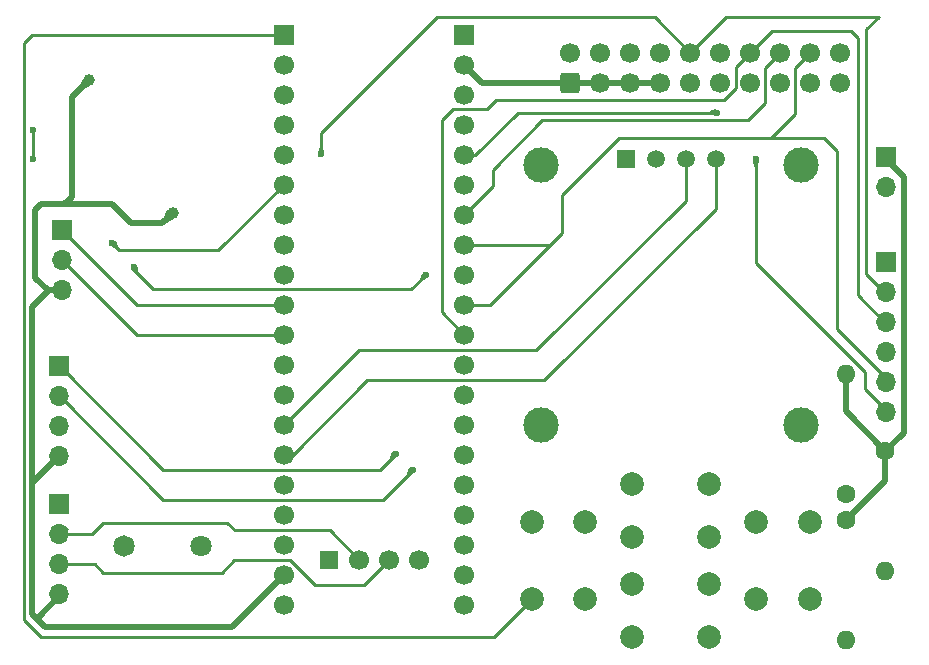
<source format=gbr>
%TF.GenerationSoftware,KiCad,Pcbnew,8.0.5*%
%TF.CreationDate,2024-11-21T15:57:14+01:00*%
%TF.ProjectId,sdiskII_stm32,73646973-6b49-4495-9f73-746d33322e6b,rev?*%
%TF.SameCoordinates,Original*%
%TF.FileFunction,Copper,L2,Bot*%
%TF.FilePolarity,Positive*%
%FSLAX46Y46*%
G04 Gerber Fmt 4.6, Leading zero omitted, Abs format (unit mm)*
G04 Created by KiCad (PCBNEW 8.0.5) date 2024-11-21 15:57:14*
%MOMM*%
%LPD*%
G01*
G04 APERTURE LIST*
G04 Aperture macros list*
%AMRoundRect*
0 Rectangle with rounded corners*
0 $1 Rounding radius*
0 $2 $3 $4 $5 $6 $7 $8 $9 X,Y pos of 4 corners*
0 Add a 4 corners polygon primitive as box body*
4,1,4,$2,$3,$4,$5,$6,$7,$8,$9,$2,$3,0*
0 Add four circle primitives for the rounded corners*
1,1,$1+$1,$2,$3*
1,1,$1+$1,$4,$5*
1,1,$1+$1,$6,$7*
1,1,$1+$1,$8,$9*
0 Add four rect primitives between the rounded corners*
20,1,$1+$1,$2,$3,$4,$5,0*
20,1,$1+$1,$4,$5,$6,$7,0*
20,1,$1+$1,$6,$7,$8,$9,0*
20,1,$1+$1,$8,$9,$2,$3,0*%
G04 Aperture macros list end*
%TA.AperFunction,ComponentPad*%
%ADD10RoundRect,0.250000X0.600000X-0.600000X0.600000X0.600000X-0.600000X0.600000X-0.600000X-0.600000X0*%
%TD*%
%TA.AperFunction,ComponentPad*%
%ADD11C,1.700000*%
%TD*%
%TA.AperFunction,ComponentPad*%
%ADD12R,1.700000X1.700000*%
%TD*%
%TA.AperFunction,ComponentPad*%
%ADD13O,1.700000X1.700000*%
%TD*%
%TA.AperFunction,ComponentPad*%
%ADD14C,2.000000*%
%TD*%
%TA.AperFunction,ComponentPad*%
%ADD15C,1.600000*%
%TD*%
%TA.AperFunction,ComponentPad*%
%ADD16O,1.600000X1.600000*%
%TD*%
%TA.AperFunction,ComponentPad*%
%ADD17C,1.824000*%
%TD*%
%TA.AperFunction,ComponentPad*%
%ADD18C,1.800000*%
%TD*%
%TA.AperFunction,ComponentPad*%
%ADD19R,1.524000X1.524000*%
%TD*%
%TA.AperFunction,ComponentPad*%
%ADD20R,1.508000X1.508000*%
%TD*%
%TA.AperFunction,ComponentPad*%
%ADD21C,1.508000*%
%TD*%
%TA.AperFunction,ComponentPad*%
%ADD22C,3.000000*%
%TD*%
%TA.AperFunction,ViaPad*%
%ADD23C,0.600000*%
%TD*%
%TA.AperFunction,ViaPad*%
%ADD24C,1.000000*%
%TD*%
%TA.AperFunction,Conductor*%
%ADD25C,0.500000*%
%TD*%
%TA.AperFunction,Conductor*%
%ADD26C,0.250000*%
%TD*%
G04 APERTURE END LIST*
D10*
%TO.P,J2,1,Pin_1*%
%TO.N,GND*%
X178290000Y-92490000D03*
D11*
%TO.P,J2,2,Pin_2*%
%TO.N,STEP0*%
X178290000Y-89950000D03*
%TO.P,J2,3,Pin_3*%
%TO.N,GND*%
X180830000Y-92490000D03*
%TO.P,J2,4,Pin_4*%
%TO.N,STEP1*%
X180830000Y-89950000D03*
%TO.P,J2,5,Pin_5*%
%TO.N,GND*%
X183370000Y-92490000D03*
%TO.P,J2,6,Pin_6*%
%TO.N,STEP2*%
X183370000Y-89950000D03*
%TO.P,J2,7,Pin_7*%
%TO.N,GND*%
X185910000Y-92490000D03*
%TO.P,J2,8,Pin_8*%
%TO.N,STEP3*%
X185910000Y-89950000D03*
%TO.P,J2,9,Pin_9*%
%TO.N,unconnected-(J2-Pin_9-Pad9)*%
X188450000Y-92490000D03*
%TO.P,J2,10,Pin_10*%
%TO.N,WR_REQ*%
X188450000Y-89950000D03*
%TO.P,J2,11,Pin_11*%
%TO.N,unconnected-(J2-Pin_11-Pad11)*%
X190990000Y-92490000D03*
%TO.P,J2,12,Pin_12*%
%TO.N,VCC*%
X190990000Y-89950000D03*
%TO.P,J2,13,Pin_13*%
%TO.N,unconnected-(J2-Pin_13-Pad13)*%
X193530000Y-92490000D03*
%TO.P,J2,14,Pin_14*%
%TO.N,DEVICE_ENABLE*%
X193530000Y-89950000D03*
%TO.P,J2,15,Pin_15*%
%TO.N,unconnected-(J2-Pin_15-Pad15)*%
X196070000Y-92490000D03*
%TO.P,J2,16,Pin_16*%
%TO.N,RD_DATA*%
X196070000Y-89950000D03*
%TO.P,J2,17,Pin_17*%
%TO.N,unconnected-(J2-Pin_17-Pad17)*%
X198610000Y-92490000D03*
%TO.P,J2,18,Pin_18*%
%TO.N,WR_DATA*%
X198610000Y-89950000D03*
%TO.P,J2,19,Pin_19*%
%TO.N,unconnected-(J2-Pin_19-Pad19)*%
X201150000Y-92490000D03*
%TO.P,J2,20,Pin_20*%
%TO.N,WR_PROTECT*%
X201150000Y-89950000D03*
%TD*%
D12*
%TO.P,J3,1,Pin_1*%
%TO.N,RD_DATA*%
X205000000Y-107710000D03*
D13*
%TO.P,J3,2,Pin_2*%
%TO.N,WR_REQ*%
X205000000Y-110250000D03*
%TO.P,J3,3,Pin_3*%
%TO.N,DEVICE_ENABLE*%
X205000000Y-112790000D03*
%TO.P,J3,4,Pin_4*%
%TO.N,WR_PROTECT*%
X205000000Y-115330000D03*
%TO.P,J3,5,Pin_5*%
%TO.N,WR_DATA*%
X205000000Y-117870000D03*
%TO.P,J3,6,Pin_6*%
%TO.N,GND*%
X205000000Y-120410000D03*
%TD*%
D14*
%TO.P,UP1,1,1*%
%TO.N,+3.3V*%
X190040000Y-130950000D03*
X183540000Y-130950000D03*
%TO.P,UP1,2,2*%
%TO.N,BTN_UP*%
X190040000Y-126450000D03*
X183540000Y-126450000D03*
%TD*%
D12*
%TO.P,J5,1,Pin_1*%
%TO.N,TIM2_CH3*%
X135000000Y-116500000D03*
D13*
%TO.P,J5,2,Pin_2*%
%TO.N,TIM3_CH4*%
X135000000Y-119040000D03*
%TO.P,J5,3,Pin_3*%
%TO.N,DEBUG*%
X135000000Y-121580000D03*
%TO.P,J5,4,Pin_4*%
%TO.N,GND*%
X135000000Y-124120000D03*
%TD*%
D15*
%TO.P,R1,1*%
%TO.N,WR_PROTECT*%
X201600000Y-127330000D03*
D16*
%TO.P,R1,2*%
%TO.N,VCC*%
X201600000Y-117170000D03*
%TD*%
D17*
%TO.P,BZ1,1,+*%
%TO.N,TIM1_CH2N*%
X140500000Y-131750000D03*
D18*
%TO.P,BZ1,2,-*%
%TO.N,GND*%
X147000000Y-131750000D03*
%TD*%
D12*
%TO.P,J4,1,Pin_1*%
%TO.N,USART1_TX*%
X135240000Y-104975000D03*
D13*
%TO.P,J4,2,Pin_2*%
%TO.N,USART1_RX*%
X135240000Y-107515000D03*
%TO.P,J4,3,Pin_3*%
%TO.N,GND*%
X135240000Y-110055000D03*
%TD*%
D12*
%TO.P,\u03BCC1,1,B12*%
%TO.N,BTN_RET*%
X154050000Y-88440000D03*
D11*
%TO.P,\u03BCC1,2,B13*%
%TO.N,SD_EJECT*%
X154050000Y-90980000D03*
%TO.P,\u03BCC1,3,B14*%
%TO.N,TIM1_CH2N*%
X154050000Y-93520000D03*
%TO.P,\u03BCC1,4,B15*%
%TO.N,SDIO_CK*%
X154050000Y-96060000D03*
%TO.P,\u03BCC1,5,A8*%
%TO.N,SDIO_D1*%
X154050000Y-98600000D03*
%TO.P,\u03BCC1,6,A9*%
%TO.N,SDIO_D2*%
X154050000Y-101140000D03*
%TO.P,\u03BCC1,7,A10*%
%TO.N,DEBUG*%
X154050000Y-103680000D03*
%TO.P,\u03BCC1,8,A11*%
%TO.N,unconnected-(\u03BCC1-A11-Pad8)*%
X154050000Y-106220000D03*
%TO.P,\u03BCC1,9,A12*%
%TO.N,unconnected-(\u03BCC1-A12-Pad9)*%
X154050000Y-108760000D03*
%TO.P,\u03BCC1,10,A15*%
%TO.N,USART1_TX*%
X154050000Y-111300000D03*
%TO.P,\u03BCC1,11,B3*%
%TO.N,USART1_RX*%
X154050000Y-113840000D03*
%TO.P,\u03BCC1,12,B4*%
%TO.N,SDIO_DO*%
X154050000Y-116380000D03*
%TO.P,\u03BCC1,13,B5*%
%TO.N,SDIO_D3*%
X154050000Y-118920000D03*
%TO.P,\u03BCC1,14,B6*%
%TO.N,I2C_SCL*%
X154050000Y-121460000D03*
%TO.P,\u03BCC1,15,B7*%
%TO.N,I2C_SDA*%
X154050000Y-124000000D03*
%TO.P,\u03BCC1,16,B8*%
%TO.N,unconnected-(\u03BCC1-B8-Pad16)*%
X154050000Y-126540000D03*
%TO.P,\u03BCC1,17,B9*%
%TO.N,WR_REQ*%
X154050000Y-129080000D03*
%TO.P,\u03BCC1,18,5Vi*%
%TO.N,PWR_IN*%
X154050000Y-131620000D03*
%TO.P,\u03BCC1,19,GNDi*%
%TO.N,GND*%
X154050000Y-134160000D03*
%TO.P,\u03BCC1,20,3.3i*%
%TO.N,+3.3V*%
X154050000Y-136700000D03*
%TO.P,\u03BCC1,21,VB*%
%TO.N,unconnected-(\u03BCC1-VB-Pad21)*%
X169290000Y-136700000D03*
%TO.P,\u03BCC1,22,C13*%
%TO.N,BTN_DOWN*%
X169290000Y-134160000D03*
%TO.P,\u03BCC1,23,C14*%
%TO.N,BTN_UP*%
X169290000Y-131620000D03*
%TO.P,\u03BCC1,24,C15*%
%TO.N,BTN_ENTR*%
X169290000Y-129080000D03*
%TO.P,\u03BCC1,25,R*%
%TO.N,unconnected-(\u03BCC1-R-Pad25)*%
X169290000Y-126540000D03*
%TO.P,\u03BCC1,26,A0*%
%TO.N,STEP0*%
X169290000Y-124000000D03*
%TO.P,\u03BCC1,27,A1*%
%TO.N,STEP1*%
X169290000Y-121460000D03*
%TO.P,\u03BCC1,28,A2*%
%TO.N,STEP2*%
X169290000Y-118920000D03*
%TO.P,\u03BCC1,29,A3*%
%TO.N,STEP3*%
X169290000Y-116380000D03*
%TO.P,\u03BCC1,30,A4*%
%TO.N,DEVICE_ENABLE*%
X169290000Y-113840000D03*
%TO.P,\u03BCC1,31,A5*%
%TO.N,WR_DATA*%
X169290000Y-111300000D03*
%TO.P,\u03BCC1,32,A6*%
%TO.N,SDIO_CMD*%
X169290000Y-108760000D03*
%TO.P,\u03BCC1,33,A7*%
%TO.N,WR_DATA*%
X169290000Y-106220000D03*
%TO.P,\u03BCC1,34,B0*%
%TO.N,RD_DATA*%
X169290000Y-103680000D03*
%TO.P,\u03BCC1,35,B1*%
%TO.N,TIM3_CH4*%
X169290000Y-101140000D03*
%TO.P,\u03BCC1,36,B2*%
%TO.N,WR_PROTECT*%
X169290000Y-98600000D03*
%TO.P,\u03BCC1,37,B10*%
%TO.N,TIM2_CH3*%
X169290000Y-96060000D03*
%TO.P,\u03BCC1,38,3.3ii*%
%TO.N,unconnected-(\u03BCC1-3.3ii-Pad38)*%
X169290000Y-93520000D03*
%TO.P,\u03BCC1,39,GNDii*%
%TO.N,GND*%
X169290000Y-90980000D03*
D12*
%TO.P,\u03BCC1,40,5Vii*%
%TO.N,unconnected-(\u03BCC1-5Vii-Pad40)*%
X169290000Y-88440000D03*
D19*
%TO.P,\u03BCC1,41,3.3V*%
%TO.N,+3.3V*%
X157860000Y-132890000D03*
D11*
%TO.P,\u03BCC1,42,SDIO*%
%TO.N,SDIO*%
X160400000Y-132890000D03*
%TO.P,\u03BCC1,43,SCK*%
%TO.N,SCK*%
X162940000Y-132890000D03*
%TO.P,\u03BCC1,44,GND*%
%TO.N,GND*%
X165480000Y-132890000D03*
%TD*%
D12*
%TO.P,J1,1,Pin_1*%
%TO.N,VCC*%
X205000000Y-98810000D03*
D13*
%TO.P,J1,2,Pin_2*%
%TO.N,PWR_IN*%
X205000000Y-101350000D03*
%TD*%
D14*
%TO.P,ENTR1,1,1*%
%TO.N,+3.3V*%
X198540000Y-129700000D03*
X198540000Y-136200000D03*
%TO.P,ENTR1,2,2*%
%TO.N,BTN_ENTR*%
X194040000Y-129700000D03*
X194040000Y-136200000D03*
%TD*%
D12*
%TO.P,J6,1,Pin_1*%
%TO.N,+3.3V*%
X135000000Y-128180000D03*
D13*
%TO.P,J6,2,Pin_2*%
%TO.N,SDIO*%
X135000000Y-130720000D03*
%TO.P,J6,3,Pin_3*%
%TO.N,SCK*%
X135000000Y-133260000D03*
%TO.P,J6,4,Pin_4*%
%TO.N,GND*%
X135000000Y-135800000D03*
%TD*%
D15*
%TO.P,R3,1*%
%TO.N,VCC*%
X204950000Y-123670000D03*
D16*
%TO.P,R3,2*%
%TO.N,DEVICE_ENABLE*%
X204950000Y-133830000D03*
%TD*%
D20*
%TO.P,U8,1,GND*%
%TO.N,GND*%
X182980000Y-98950000D03*
D21*
%TO.P,U8,2,VCC_IN*%
%TO.N,+3.3V*%
X185520000Y-98950000D03*
%TO.P,U8,3,SCL*%
%TO.N,I2C_SCL*%
X188060000Y-98950000D03*
%TO.P,U8,4,SDA*%
%TO.N,I2C_SDA*%
X190600000Y-98950000D03*
D22*
%TO.P,U8,S1*%
%TO.N,N/C*%
X175790000Y-99450000D03*
%TO.P,U8,S2*%
X197790000Y-99450000D03*
%TO.P,U8,S3*%
X197790000Y-121450000D03*
%TO.P,U8,S4*%
X175790000Y-121450000D03*
%TD*%
D15*
%TO.P,R2,1*%
%TO.N,VCC*%
X201600000Y-129500000D03*
D16*
%TO.P,R2,2*%
%TO.N,WR_REQ*%
X201600000Y-139660000D03*
%TD*%
D14*
%TO.P,RET1,1,1*%
%TO.N,+3.3V*%
X179540000Y-129700000D03*
X179540000Y-136200000D03*
%TO.P,RET1,2,2*%
%TO.N,BTN_RET*%
X175040000Y-129700000D03*
X175040000Y-136200000D03*
%TD*%
%TO.P,DOWN1,1,1*%
%TO.N,+3.3V*%
X183540000Y-134950000D03*
X190040000Y-134950000D03*
%TO.P,DOWN1,2,2*%
%TO.N,BTN_DOWN*%
X183540000Y-139450000D03*
X190040000Y-139450000D03*
%TD*%
D23*
%TO.N,GND*%
X194000000Y-99000000D03*
D24*
X144640000Y-103500000D03*
X137540000Y-92250000D03*
D23*
%TO.N,WR_REQ*%
X157190000Y-98500000D03*
%TO.N,WR_PROTECT*%
X190690000Y-95025000D03*
%TO.N,SDIO_CMD*%
X141340000Y-108100000D03*
X166040000Y-108760000D03*
%TO.N,SDIO_D2*%
X139490000Y-106050000D03*
%TO.N,DEBUG*%
X132750000Y-99000000D03*
X132750000Y-96500000D03*
%TO.N,TIM3_CH4*%
X164940000Y-125250000D03*
%TO.N,TIM2_CH3*%
X163490000Y-123900000D03*
%TD*%
D25*
%TO.N,VCC*%
X204840000Y-98810000D02*
X206500000Y-100470000D01*
X206500000Y-122120000D02*
X204950000Y-123670000D01*
X206500000Y-100470000D02*
X206500000Y-122120000D01*
%TO.N,GND*%
X132715000Y-111475000D02*
X134135000Y-110055000D01*
D26*
X203250000Y-116987107D02*
X203250000Y-118410000D01*
D25*
X132990000Y-103300000D02*
X132990000Y-109000000D01*
X178290000Y-92490000D02*
X180830000Y-92490000D01*
D26*
X194000000Y-99000000D02*
X194000000Y-107737107D01*
D25*
X134045000Y-110055000D02*
X135240000Y-110055000D01*
X170800000Y-92490000D02*
X169290000Y-90980000D01*
X135440000Y-102800000D02*
X133490000Y-102800000D01*
X133090000Y-137900000D02*
X132715000Y-137525000D01*
X144640000Y-103500000D02*
X143740000Y-104400000D01*
X154050000Y-134160000D02*
X149610000Y-138600000D01*
X132715000Y-126750000D02*
X132715000Y-111475000D01*
X132990000Y-109000000D02*
X134045000Y-110055000D01*
X178290000Y-92490000D02*
X170800000Y-92490000D01*
X132715000Y-126405000D02*
X132715000Y-126750000D01*
X133090000Y-137900000D02*
X135190000Y-135800000D01*
X180830000Y-92490000D02*
X183370000Y-92490000D01*
D26*
X204840000Y-120000000D02*
X204840000Y-120410000D01*
D25*
X137540000Y-92250000D02*
X136090000Y-93700000D01*
D26*
X194000000Y-107737107D02*
X203250000Y-116987107D01*
D25*
X132715000Y-137525000D02*
X132715000Y-126750000D01*
X136090000Y-102150000D02*
X135440000Y-102800000D01*
X134135000Y-110055000D02*
X135240000Y-110055000D01*
X136090000Y-93700000D02*
X136090000Y-102150000D01*
X133490000Y-102800000D02*
X132990000Y-103300000D01*
X183370000Y-92490000D02*
X185910000Y-92490000D01*
D26*
X203250000Y-118410000D02*
X204840000Y-120000000D01*
D25*
X135000000Y-124120000D02*
X132715000Y-126405000D01*
X149610000Y-138600000D02*
X133790000Y-138600000D01*
X143740000Y-104400000D02*
X141090000Y-104400000D01*
X141090000Y-104400000D02*
X139490000Y-102800000D01*
X133790000Y-138600000D02*
X133090000Y-137900000D01*
X139490000Y-102800000D02*
X135440000Y-102800000D01*
%TO.N,VCC*%
X201600000Y-117170000D02*
X201600000Y-120320000D01*
X201650000Y-129550000D02*
X204950000Y-126250000D01*
X201650000Y-117820000D02*
X201650000Y-117140000D01*
X201600000Y-120320000D02*
X204950000Y-123670000D01*
X204950000Y-123670000D02*
X204950000Y-126250000D01*
D26*
%TO.N,WR_REQ*%
X188450000Y-89950000D02*
X191450000Y-86950000D01*
X204390000Y-86950000D02*
X203350000Y-87990000D01*
X166990000Y-86950000D02*
X185450000Y-86950000D01*
X185450000Y-86950000D02*
X188450000Y-89950000D01*
X157190000Y-96750000D02*
X166990000Y-86950000D01*
X191450000Y-86950000D02*
X204390000Y-86950000D01*
X203350000Y-87990000D02*
X203350000Y-108710000D01*
X203350000Y-108710000D02*
X204940000Y-110300000D01*
X204940000Y-110300000D02*
X204940000Y-110410000D01*
X157190000Y-98500000D02*
X157190000Y-96750000D01*
%TO.N,WR_PROTECT*%
X190690000Y-95025000D02*
X173815000Y-95025000D01*
X170240000Y-98600000D02*
X169290000Y-98600000D01*
X173815000Y-95025000D02*
X170240000Y-98600000D01*
%TO.N,BTN_RET*%
X171840000Y-139400000D02*
X175040000Y-136200000D01*
X131990000Y-137950000D02*
X133440000Y-139400000D01*
X154050000Y-88440000D02*
X132700000Y-88440000D01*
X131990000Y-89150000D02*
X131990000Y-137950000D01*
X133440000Y-139400000D02*
X171840000Y-139400000D01*
X132700000Y-88440000D02*
X131990000Y-89150000D01*
%TO.N,WR_DATA*%
X177540000Y-105200000D02*
X177540000Y-102050000D01*
X176520000Y-106220000D02*
X171440000Y-111300000D01*
X176520000Y-106220000D02*
X177540000Y-105200000D01*
X197340000Y-95150000D02*
X195290000Y-97200000D01*
X182390000Y-97200000D02*
X195290000Y-97200000D01*
X204840000Y-117340000D02*
X200840000Y-113340000D01*
X197340000Y-91220000D02*
X197340000Y-95150000D01*
X170040000Y-106200000D02*
X169514000Y-106726000D01*
X171440000Y-111300000D02*
X169290000Y-111300000D01*
X177540000Y-102050000D02*
X182390000Y-97200000D01*
X198610000Y-89950000D02*
X197340000Y-91220000D01*
X199790000Y-97200000D02*
X195290000Y-97200000D01*
X169985592Y-106200000D02*
X169647796Y-105862204D01*
X170040000Y-106200000D02*
X169985592Y-106200000D01*
X176520000Y-106220000D02*
X169290000Y-106220000D01*
X200840000Y-98250000D02*
X199790000Y-97200000D01*
X204840000Y-117870000D02*
X204840000Y-117340000D01*
X200840000Y-113340000D02*
X200840000Y-98250000D01*
%TO.N,RD_DATA*%
X193290000Y-95700000D02*
X175890000Y-95700000D01*
X194790000Y-91230000D02*
X194790000Y-94200000D01*
X175890000Y-95700000D02*
X171740000Y-99850000D01*
X171740000Y-101230000D02*
X169290000Y-103680000D01*
X196070000Y-89950000D02*
X194790000Y-91230000D01*
X171740000Y-99850000D02*
X171740000Y-101230000D01*
X194790000Y-94200000D02*
X193290000Y-95700000D01*
X168594408Y-103700000D02*
X168932204Y-104037796D01*
%TO.N,I2C_SDA*%
X168782588Y-117695000D02*
X168777588Y-117700000D01*
X169802412Y-117700000D02*
X169797412Y-117695000D01*
X168777588Y-117700000D02*
X161090000Y-117700000D01*
X169797412Y-117695000D02*
X168782588Y-117695000D01*
X161090000Y-117700000D02*
X154790000Y-124000000D01*
X176090000Y-117700000D02*
X169802412Y-117700000D01*
X190600000Y-98950000D02*
X190600000Y-103190000D01*
X190600000Y-103190000D02*
X176090000Y-117700000D01*
X154790000Y-124000000D02*
X154050000Y-124000000D01*
%TO.N,USART1_RX*%
X141565000Y-113840000D02*
X154050000Y-113840000D01*
X135240000Y-107515000D02*
X141565000Y-113840000D01*
%TO.N,I2C_SCL*%
X188060000Y-98950000D02*
X188060000Y-102480000D01*
X160360000Y-115150000D02*
X154050000Y-121460000D01*
X188060000Y-102480000D02*
X175390000Y-115150000D01*
X175390000Y-115150000D02*
X160360000Y-115150000D01*
%TO.N,USART1_TX*%
X141565000Y-111300000D02*
X154050000Y-111300000D01*
X135240000Y-104975000D02*
X141565000Y-111300000D01*
%TO.N,SDIO_CMD*%
X164815000Y-109985000D02*
X166040000Y-108760000D01*
X142975000Y-109985000D02*
X164815000Y-109985000D01*
X141340000Y-108100000D02*
X141340000Y-108350000D01*
X141340000Y-108350000D02*
X142975000Y-109985000D01*
%TO.N,SDIO_D2*%
X154000000Y-101140000D02*
X154050000Y-101140000D01*
X148490000Y-106650000D02*
X154000000Y-101140000D01*
X140090000Y-106650000D02*
X148490000Y-106650000D01*
X139490000Y-106050000D02*
X140090000Y-106650000D01*
%TO.N,DEBUG*%
X132750000Y-99000000D02*
X132750000Y-96500000D01*
%TO.N,TIM3_CH4*%
X164940000Y-125250000D02*
X162390000Y-127800000D01*
X143830000Y-127800000D02*
X135240000Y-119210000D01*
X162390000Y-127800000D02*
X143830000Y-127800000D01*
%TO.N,DEVICE_ENABLE*%
X204940000Y-112820000D02*
X204940000Y-112950000D01*
X202600000Y-88710000D02*
X202600000Y-110480000D01*
X191290000Y-93950000D02*
X172000000Y-93950000D01*
X202600000Y-110480000D02*
X204940000Y-112820000D01*
X192290000Y-91190000D02*
X192290000Y-92950000D01*
X171200000Y-94750000D02*
X168340000Y-94750000D01*
X168340000Y-94750000D02*
X167390000Y-95700000D01*
X172000000Y-93950000D02*
X171200000Y-94750000D01*
X195330000Y-88150000D02*
X202040000Y-88150000D01*
X167390000Y-111940000D02*
X169290000Y-113840000D01*
X192290000Y-92950000D02*
X191290000Y-93950000D01*
X193530000Y-89950000D02*
X195330000Y-88150000D01*
X167390000Y-95700000D02*
X167390000Y-111940000D01*
X193530000Y-89950000D02*
X192290000Y-91190000D01*
X202040000Y-88150000D02*
X202600000Y-88710000D01*
%TO.N,TIM2_CH3*%
X162140000Y-125250000D02*
X143820000Y-125250000D01*
X163490000Y-123900000D02*
X162140000Y-125250000D01*
X143820000Y-125250000D02*
X135240000Y-116670000D01*
%TO.N,SCK*%
X156622412Y-135000000D02*
X154557412Y-132935000D01*
X135515000Y-132935000D02*
X135190000Y-133260000D01*
X148750000Y-134000000D02*
X138750000Y-134000000D01*
X138010000Y-133260000D02*
X135240000Y-133260000D01*
X162940000Y-132890000D02*
X160830000Y-135000000D01*
X149815000Y-132935000D02*
X148750000Y-134000000D01*
X160830000Y-135000000D02*
X156622412Y-135000000D01*
X154557412Y-132935000D02*
X149815000Y-132935000D01*
X138750000Y-134000000D02*
X138010000Y-133260000D01*
%TO.N,SDIO*%
X137780000Y-130720000D02*
X135240000Y-130720000D01*
X149250000Y-129750000D02*
X138750000Y-129750000D01*
X149895000Y-130395000D02*
X149250000Y-129750000D01*
X138750000Y-129750000D02*
X137780000Y-130720000D01*
X160400000Y-132890000D02*
X157905000Y-130395000D01*
X135655000Y-130305000D02*
X135240000Y-130720000D01*
X157905000Y-130395000D02*
X149895000Y-130395000D01*
X135605000Y-130305000D02*
X135190000Y-130720000D01*
%TD*%
%TA.AperFunction,Conductor*%
%TO.N,GND*%
G36*
X194267318Y-99110691D02*
G01*
X194273629Y-99117042D01*
X194273970Y-99124987D01*
X194127571Y-99591801D01*
X194121825Y-99598670D01*
X194116407Y-99600000D01*
X193883593Y-99600000D01*
X193875320Y-99596573D01*
X193872429Y-99591801D01*
X193726029Y-99124987D01*
X193726823Y-99116068D01*
X193732679Y-99110692D01*
X193995490Y-99000883D01*
X194004444Y-99000857D01*
X194267318Y-99110691D01*
G37*
%TD.AperFunction*%
%TD*%
%TA.AperFunction,Conductor*%
%TO.N,GND*%
G36*
X144187473Y-103312536D02*
G01*
X144636203Y-103497437D01*
X144642546Y-103503757D01*
X144642563Y-103503797D01*
X144827462Y-103952523D01*
X144827445Y-103961477D01*
X144822549Y-103967080D01*
X144117465Y-104379326D01*
X144108594Y-104380544D01*
X144103287Y-104377499D01*
X143762500Y-104036712D01*
X143759073Y-104028439D01*
X143760671Y-104022538D01*
X144172919Y-103317449D01*
X144180053Y-103312037D01*
X144187473Y-103312536D01*
G37*
%TD.AperFunction*%
%TD*%
%TA.AperFunction,Conductor*%
%TO.N,GND*%
G36*
X137087473Y-92062536D02*
G01*
X137536203Y-92247437D01*
X137542546Y-92253757D01*
X137542563Y-92253797D01*
X137727462Y-92702523D01*
X137727445Y-92711477D01*
X137722549Y-92717080D01*
X137017465Y-93129326D01*
X137008594Y-93130544D01*
X137003287Y-93127499D01*
X136662500Y-92786712D01*
X136659073Y-92778439D01*
X136660671Y-92772538D01*
X137072919Y-92067449D01*
X137080053Y-92062037D01*
X137087473Y-92062536D01*
G37*
%TD.AperFunction*%
%TD*%
%TA.AperFunction,Conductor*%
%TO.N,WR_REQ*%
G36*
X157314680Y-97903427D02*
G01*
X157317571Y-97908199D01*
X157463970Y-98375012D01*
X157463176Y-98383931D01*
X157457317Y-98389309D01*
X157194511Y-98499115D01*
X157185556Y-98499142D01*
X157185489Y-98499115D01*
X156922682Y-98389309D01*
X156916370Y-98382957D01*
X156916029Y-98375013D01*
X157062429Y-97908199D01*
X157068175Y-97901330D01*
X157073593Y-97900000D01*
X157306407Y-97900000D01*
X157314680Y-97903427D01*
G37*
%TD.AperFunction*%
%TD*%
%TA.AperFunction,Conductor*%
%TO.N,WR_PROTECT*%
G36*
X190573931Y-94751823D02*
G01*
X190579309Y-94757682D01*
X190689115Y-95020489D01*
X190689142Y-95029444D01*
X190689115Y-95029511D01*
X190579309Y-95292317D01*
X190572957Y-95298629D01*
X190565012Y-95298970D01*
X190098199Y-95152571D01*
X190091330Y-95146825D01*
X190090000Y-95141407D01*
X190090000Y-94908592D01*
X190093427Y-94900319D01*
X190098196Y-94897429D01*
X190565013Y-94751029D01*
X190573931Y-94751823D01*
G37*
%TD.AperFunction*%
%TD*%
%TA.AperFunction,Conductor*%
%TO.N,SDIO_CMD*%
G36*
X165772707Y-108649248D02*
G01*
X166036184Y-108757436D01*
X166042536Y-108763748D01*
X166042563Y-108763815D01*
X166150751Y-109027292D01*
X166150724Y-109036247D01*
X166145346Y-109042106D01*
X165711740Y-109268673D01*
X165702821Y-109269467D01*
X165698049Y-109266576D01*
X165533423Y-109101950D01*
X165529996Y-109093677D01*
X165531324Y-109088264D01*
X165757894Y-108654651D01*
X165764762Y-108648907D01*
X165772707Y-108649248D01*
G37*
%TD.AperFunction*%
%TD*%
%TA.AperFunction,Conductor*%
%TO.N,SDIO_CMD*%
G36*
X141629454Y-108099975D02*
G01*
X141637719Y-108103421D01*
X141641066Y-108110492D01*
X141681663Y-108509920D01*
X141679090Y-108518497D01*
X141678296Y-108519376D01*
X141513749Y-108683923D01*
X141505476Y-108687350D01*
X141497203Y-108683923D01*
X141497175Y-108683896D01*
X141136059Y-108320377D01*
X141132660Y-108312092D01*
X141136058Y-108303887D01*
X141335851Y-108102757D01*
X141344111Y-108099304D01*
X141629454Y-108099975D01*
G37*
%TD.AperFunction*%
%TD*%
%TA.AperFunction,Conductor*%
%TO.N,SDIO_D2*%
G36*
X139766247Y-105939275D02*
G01*
X139772105Y-105944652D01*
X139971974Y-106327164D01*
X139998673Y-106378259D01*
X139999467Y-106387178D01*
X139996576Y-106391950D01*
X139831950Y-106556576D01*
X139823677Y-106560003D01*
X139818260Y-106558673D01*
X139384652Y-106332105D01*
X139378907Y-106325237D01*
X139379247Y-106317293D01*
X139487436Y-106053814D01*
X139493746Y-106047464D01*
X139757293Y-105939248D01*
X139766247Y-105939275D01*
G37*
%TD.AperFunction*%
%TD*%
%TA.AperFunction,Conductor*%
%TO.N,TIM3_CH4*%
G36*
X164672707Y-125139248D02*
G01*
X164936184Y-125247436D01*
X164942536Y-125253748D01*
X164942563Y-125253815D01*
X165050751Y-125517292D01*
X165050724Y-125526247D01*
X165045346Y-125532106D01*
X164611740Y-125758673D01*
X164602821Y-125759467D01*
X164598049Y-125756576D01*
X164433423Y-125591950D01*
X164429996Y-125583677D01*
X164431324Y-125578264D01*
X164657894Y-125144651D01*
X164664762Y-125138907D01*
X164672707Y-125139248D01*
G37*
%TD.AperFunction*%
%TD*%
%TA.AperFunction,Conductor*%
%TO.N,TIM2_CH3*%
G36*
X163222707Y-123789248D02*
G01*
X163486184Y-123897436D01*
X163492536Y-123903748D01*
X163492563Y-123903815D01*
X163600751Y-124167292D01*
X163600724Y-124176247D01*
X163595346Y-124182106D01*
X163161740Y-124408673D01*
X163152821Y-124409467D01*
X163148049Y-124406576D01*
X162983423Y-124241950D01*
X162979996Y-124233677D01*
X162981324Y-124228264D01*
X163207894Y-123794651D01*
X163214762Y-123788907D01*
X163222707Y-123789248D01*
G37*
%TD.AperFunction*%
%TD*%
M02*

</source>
